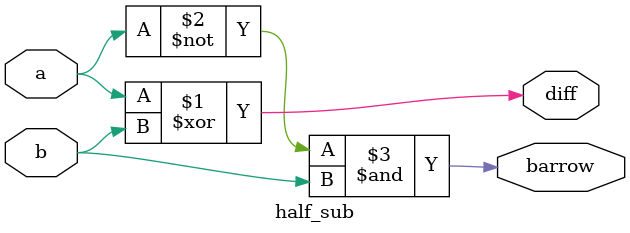
<source format=v>
module half_sub(input a,b,output diff,barrow); 
   assign diff=a^b;  // assigning diff as a xor b
   assign barrow=~a&b; // assigning barrow as a and b
 endmodule
</source>
